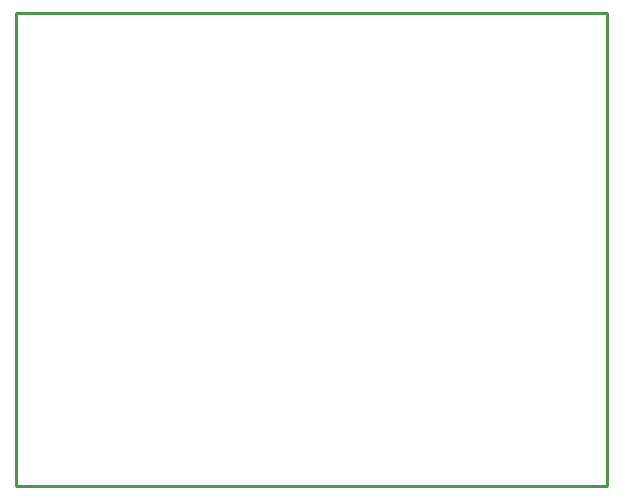
<source format=gm1>
%FSTAX24Y24*%
%MOIN*%
%SFA1B1*%

%IPPOS*%
%ADD24C,0.010000*%
%LNbldc_driver-1*%
%LPD*%
G54D24*
X0Y0D02*
Y015748D01*
X019685*
Y0D02*
Y015748D01*
X0Y0D02*
X019685D01*
M02*
</source>
